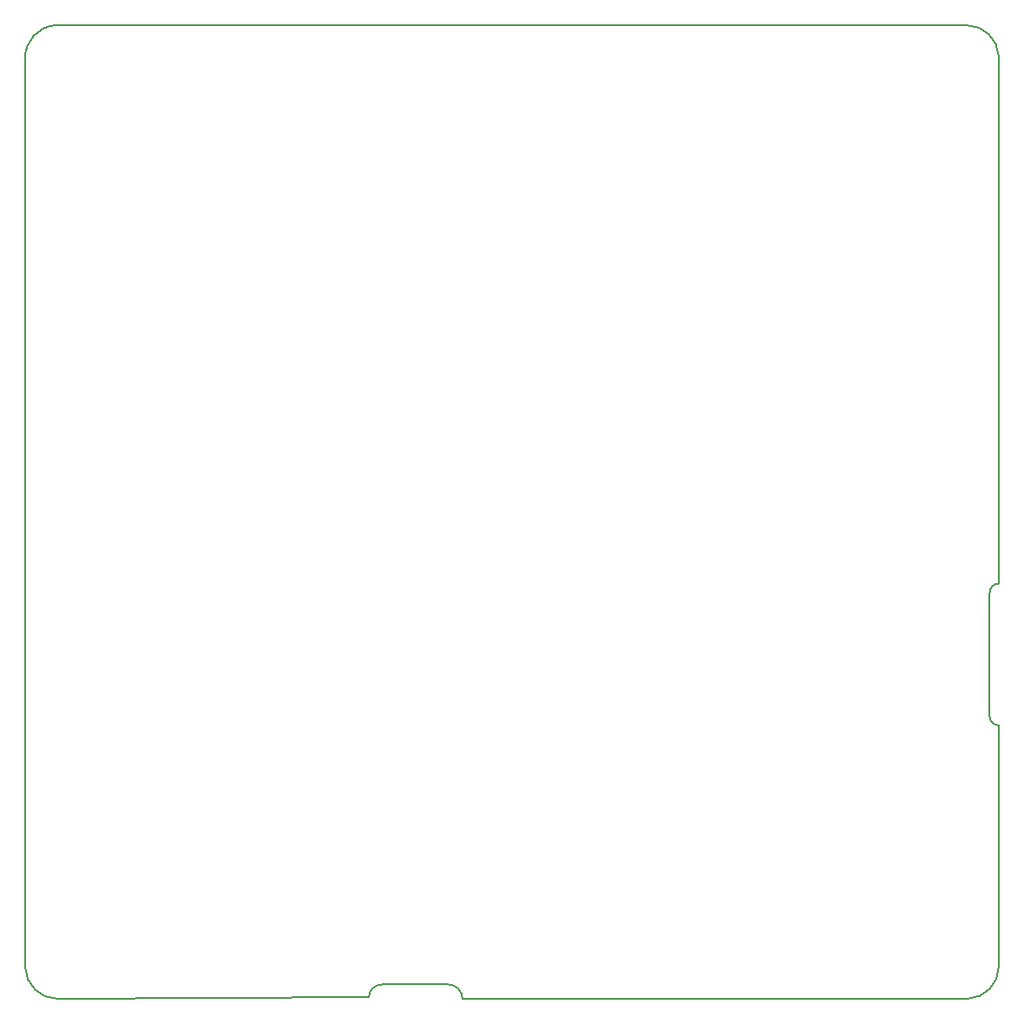
<source format=gbr>
G04 #@! TF.GenerationSoftware,KiCad,Pcbnew,(5.0.0)*
G04 #@! TF.CreationDate,2018-11-20T23:03:42-05:00*
G04 #@! TF.ProjectId,DART6UL_BREAKOUT,4441525436554C5F425245414B4F5554,rev?*
G04 #@! TF.SameCoordinates,Original*
G04 #@! TF.FileFunction,Profile,NP*
%FSLAX46Y46*%
G04 Gerber Fmt 4.6, Leading zero omitted, Abs format (unit mm)*
G04 Created by KiCad (PCBNEW (5.0.0)) date 11/20/18 23:03:42*
%MOMM*%
%LPD*%
G01*
G04 APERTURE LIST*
%ADD10C,0.150000*%
G04 APERTURE END LIST*
D10*
X230759000Y-84582000D02*
X230759000Y-33147000D01*
X230759000Y-98425000D02*
X230759000Y-121920000D01*
X229870000Y-85471000D02*
X229870000Y-97536000D01*
X229870000Y-85471000D02*
G75*
G02X230759000Y-84582000I889000J0D01*
G01*
X230759000Y-98425000D02*
G75*
G02X229870000Y-97536000I0J889000D01*
G01*
X169291000Y-124968000D02*
X138938000Y-125095000D01*
X178435000Y-125095000D02*
X227711000Y-125095000D01*
X177038000Y-123698000D02*
X170561000Y-123698000D01*
X177038000Y-123698000D02*
G75*
G02X178435000Y-125095000I0J-1397000D01*
G01*
X169291000Y-124968000D02*
G75*
G02X170561000Y-123698000I1270000J0D01*
G01*
X138937998Y-125097539D02*
G75*
G02X135763000Y-122047000I1J3177538D01*
G01*
X135763001Y-33400999D02*
G75*
G02X138811001Y-30099001I3174999J126999D01*
G01*
X227584001Y-30096462D02*
G75*
G02X230758999Y-33147001I-1J-3177538D01*
G01*
X230759000Y-121920001D02*
G75*
G02X227708461Y-125094999I-3177538J1D01*
G01*
X135763000Y-122047000D02*
X135763000Y-33401000D01*
X227584000Y-30099000D02*
X138811000Y-30099000D01*
M02*

</source>
